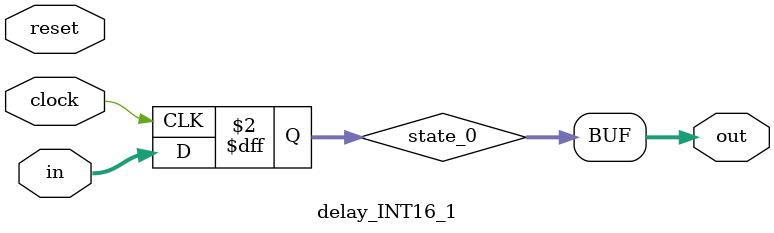
<source format=v>
module delay_INT16_1(

    clock,
    reset,
    in,
    out);

input [15:0] in;
output [15:0] out;
input clock;
input reset;
wire [15:0] in;
wire [15:0] out;
reg [15:0] state_0;
reg [15:0] state_1;
reg [15:0] state_2;
always @(posedge clock) begin
state_0 <= {in};
state_1 <= {state_0[14:0], state_0[15]};
state_2 <= {state_1[14:0], state_1[15]};
end
assign out = state_0[15:0];
endmodule //delay_INT16_1

</source>
